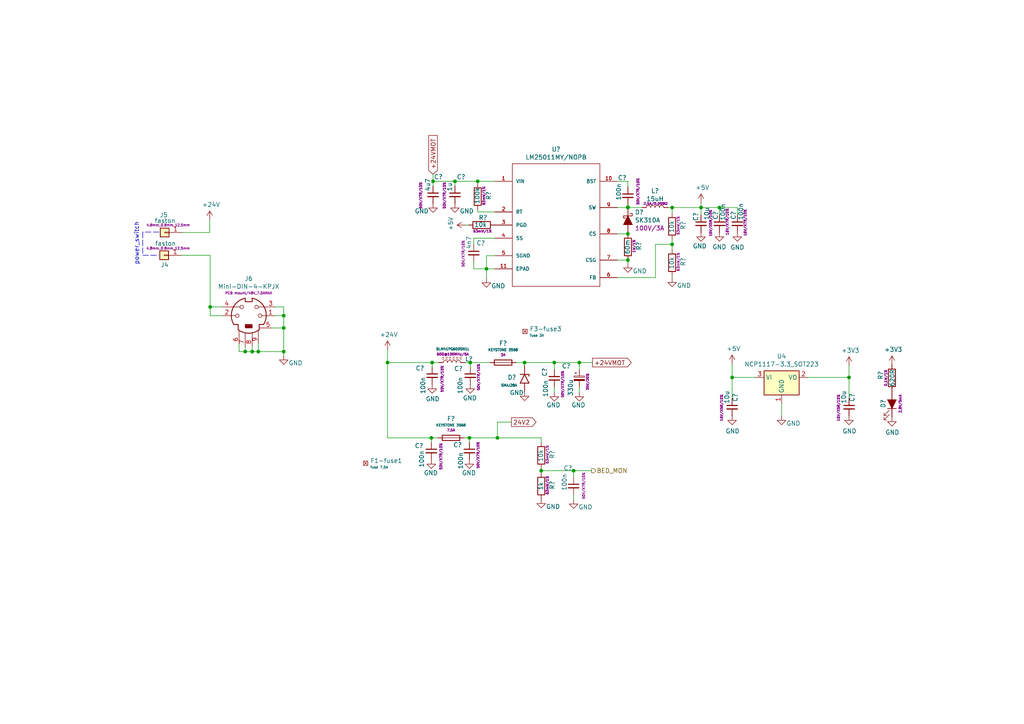
<source format=kicad_sch>
(kicad_sch (version 20231120) (generator "eeschema") (generator_version "8.0")
  (paper "A4")
  (title_block (title "Buddy") (date "2019-10-24") (rev "v1.0.0") (company "PRUSA Research s.r.o.") (comment 1 "http://creativecommons.org/licenses/by-sa/4.0/") (comment 2 "Licensed under the Attribution-ShareAlike 4.0 International (CC BY-SA 4.0)"))
  (lib_symbols
    (symbol "BUDDY_v1.0.0-rescue:+24V-power" (power) (pin_names (offset 0))
      (property "Value" "power:+24V" (at 0 3.556 0))
      (symbol "+24V-power_0_1"
        (polyline (pts (xy -0.762 1.27) (xy 0 2.54)))
        (polyline (pts (xy 0 0) (xy 0 2.54)))
        (polyline (pts (xy 0 2.54) (xy 0.762 1.27)))
      )
      (symbol "+24V-power_1_1"
        (pin power_in line (at 0 0 90) (length 0) hide (name "+24V") (number "1"))
      )
    )
    (symbol "BUDDY_v1.0.0-rescue:+3.3V-power" (power) (pin_names (offset 0))
      (property "Value" "power:+3.3V" (at 0 3.556 0))
      (symbol "+3.3V-power_0_1"
        (polyline (pts (xy -0.762 1.27) (xy 0 2.54)))
        (polyline (pts (xy 0 0) (xy 0 2.54)))
        (polyline (pts (xy 0 2.54) (xy 0.762 1.27)))
      )
      (symbol "+3.3V-power_1_1"
        (pin power_in line (at 0 0 90) (length 0) hide (name "+3V3") (number "1"))
      )
    )
    (symbol "BUDDY_v1.0.0-rescue:+5V-power" (power) (pin_names (offset 0))
      (property "Value" "power:+5V" (at 0 3.556 0))
      (symbol "+5V-power_0_1"
        (polyline (pts (xy -0.762 1.27) (xy 0 2.54)))
        (polyline (pts (xy 0 0) (xy 0 2.54)))
        (polyline (pts (xy 0 2.54) (xy 0.762 1.27)))
      )
      (symbol "+5V-power_1_1"
        (pin power_in line (at 0 0 90) (length 0) hide (name "+5V") (number "1"))
      )
    )
    (symbol "BUDDY_v1.0.0-rescue:CP_Small-Device" (pin_numbers hide) (pin_names (offset 0.254) hide)
      (property "Reference" "C" (at 0.254 1.778 0))
      (property "Value" "Device:CP_Small" (at 0.254 -2.032 0))
      (symbol "CP_Small-Device_0_1"
        (rectangle (start -1.524 -0.3048) (end 1.524 -0.6858) (fill (type outline)))
        (rectangle (start -1.524 0.6858) (end 1.524 0.3048))
        (polyline (pts (xy -1.27 1.524) (xy -0.762 1.524)))
        (polyline (pts (xy -1.016 1.27) (xy -1.016 1.778)))
      )
      (symbol "CP_Small-Device_1_1"
        (pin passive line (at 0 2.54 270) (length 1.8542) (name "~") (number "1"))
        (pin passive line (at 0 -2.54 90) (length 1.8542) (name "~") (number "2"))
      )
    )
    (symbol "BUDDY_v1.0.0-rescue:D_Schottky_ALT-Device" (pin_numbers hide) (pin_names (offset 1.016) hide)
      (property "Reference" "D" (at 0 2.54 0))
      (property "Value" "Device:D_Schottky_ALT" (at 0 -2.54 0))
      (symbol "D_Schottky_ALT-Device_0_1"
        (polyline (pts (xy 1.27 0) (xy -1.27 0)))
        (polyline (pts (xy 1.27 1.27) (xy 1.27 -1.27) (xy -1.27 0) (xy 1.27 1.27)) (stroke (width 0.2032)) (fill (type outline)))
        (polyline (pts (xy -1.905 0.635) (xy -1.905 1.27) (xy -1.27 1.27) (xy -1.27 -1.27) (xy -0.635 -1.27) (xy -0.635 -0.635)) (stroke (width 0.2032)))
      )
      (symbol "D_Schottky_ALT-Device_1_1"
        (pin passive line (at -3.81 0 0) (length 2.54) (name "K") (number "1"))
        (pin passive line (at 3.81 0 180) (length 2.54) (name "A") (number "2"))
      )
    )
    (symbol "BUDDY_v1.0.0-rescue:GND-power" (power) (pin_names (offset 0))
      (property "Value" "power:GND" (at 0 -3.81 0))
      (symbol "GND-power_0_1"
        (polyline (pts (xy 0 0) (xy 0 -1.27) (xy 1.27 -1.27) (xy 0 -2.54) (xy -1.27 -1.27) (xy 0 -1.27)))
      )
      (symbol "GND-power_1_1"
        (pin power_in line (at 0 0 270) (length 0) hide (name "GND") (number "1"))
      )
    )
    (symbol "BUDDY_v1.0.0-rescue:LED_ALT-Device" (pin_numbers hide) (pin_names (offset 1.016) hide)
      (property "Reference" "D" (at 0 2.54 0))
      (property "Value" "Device:LED_ALT" (at 0 -2.54 0))
      (symbol "LED_ALT-Device_0_1"
        (polyline (pts (xy -1.27 -1.27) (xy -1.27 1.27)) (stroke (width 0.2032)))
        (polyline (pts (xy -1.27 0) (xy 1.27 0)))
        (polyline (pts (xy 1.27 -1.27) (xy 1.27 1.27) (xy -1.27 0) (xy 1.27 -1.27)) (stroke (width 0.2032)) (fill (type outline)))
        (polyline (pts (xy -3.048 -0.762) (xy -4.572 -2.286) (xy -3.81 -2.286) (xy -4.572 -2.286) (xy -4.572 -1.524)))
        (polyline (pts (xy -1.778 -0.762) (xy -3.302 -2.286) (xy -2.54 -2.286) (xy -3.302 -2.286) (xy -3.302 -1.524)))
      )
      (symbol "LED_ALT-Device_1_1"
        (pin passive line (at -3.81 0 0) (length 2.54) (name "K") (number "1"))
        (pin passive line (at 3.81 0 180) (length 2.54) (name "A") (number "2"))
      )
    )
    (symbol "BUDDY_v1.0.0-rescue:LM25011-Converter_DCDC" (pin_names (offset 1.016))
      (property "Reference" "U" (at -4.5974 17.5514 0))
      (property "Value" "Converter_DCDC:LM25011" (at -3.81 -22.86 0))
      (symbol "LM25011-Converter_DCDC_0_0"
        (polyline (pts (xy -12.7 -20.32) (xy 12.7 -20.32)) (stroke (width 0.1524)))
        (polyline (pts (xy -12.7 15.24) (xy -12.7 -20.32)) (stroke (width 0.1524)))
        (polyline (pts (xy 12.7 -20.32) (xy 12.7 15.24)) (stroke (width 0.1524)))
        (polyline (pts (xy 12.7 15.24) (xy -12.7 15.24)) (stroke (width 0.1524)))
        (pin power_in line (at -17.78 10.16 0) (length 5.08) (name "VIN") (number "1"))
        (pin input line (at 17.78 10.16 180) (length 5.08) (name "BST") (number "10"))
        (pin passive line (at -17.78 -15.24 0) (length 5.08) (name "EPAD") (number "11"))
        (pin input line (at -17.78 1.27 0) (length 5.08) (name "RT") (number "2"))
        (pin output line (at -17.78 -2.54 0) (length 5.08) (name "PGD") (number "3"))
        (pin input line (at -17.78 -6.35 0) (length 5.08) (name "SS") (number "4"))
        (pin passive line (at -17.78 -11.43 0) (length 5.08) (name "SGND") (number "5"))
        (pin input line (at 17.78 -17.78 180) (length 5.08) (name "FB") (number "6"))
        (pin input line (at 17.78 -12.7 180) (length 5.08) (name "CSG") (number "7"))
        (pin input line (at 17.78 -5.08 180) (length 5.08) (name "CS") (number "8"))
        (pin output line (at 17.78 2.54 180) (length 5.08) (name "SW") (number "9"))
      )
    )
    (symbol "BUDDY_v1.0.0-rescue:L_Core_Ferrite-Device" (pin_numbers hide) (pin_names (offset 1.016) hide)
      (property "Reference" "L" (at -1.27 0 90))
      (property "Value" "Device:L_Core_Ferrite" (at 2.794 0 90))
      (symbol "L_Core_Ferrite-Device_0_1"
        (arc (start 0 -2.54) (mid 0.635 -1.905) (end 0 -1.27))
        (arc (start 0 -1.27) (mid 0.635 -0.635) (end 0 0))
        (polyline (pts (xy 1.016 -2.794) (xy 1.016 -2.286)))
        (polyline (pts (xy 1.016 -1.778) (xy 1.016 -1.27)))
        (polyline (pts (xy 1.016 -0.762) (xy 1.016 -0.254)))
        (polyline (pts (xy 1.016 0.254) (xy 1.016 0.762)))
        (polyline (pts (xy 1.016 1.27) (xy 1.016 1.778)))
        (polyline (pts (xy 1.016 2.286) (xy 1.016 2.794)))
        (polyline (pts (xy 1.524 -2.286) (xy 1.524 -2.794)))
        (polyline (pts (xy 1.524 -1.27) (xy 1.524 -1.778)))
        (polyline (pts (xy 1.524 -0.254) (xy 1.524 -0.762)))
        (polyline (pts (xy 1.524 0.762) (xy 1.524 0.254)))
        (polyline (pts (xy 1.524 1.778) (xy 1.524 1.27)))
        (polyline (pts (xy 1.524 2.794) (xy 1.524 2.286)))
        (arc (start 0 0) (mid 0.635 0.635) (end 0 1.27))
        (arc (start 0 1.27) (mid 0.635 1.905) (end 0 2.54))
      )
      (symbol "L_Core_Ferrite-Device_1_1"
        (pin passive line (at 0 3.81 270) (length 1.27) (name "1") (number "1"))
        (pin passive line (at 0 -3.81 90) (length 1.27) (name "2") (number "2"))
      )
    )
    (symbol "BUDDY_v1.0.0-rescue:MEC-A3IDES-rescue" (pin_names (offset 1.016))
      (property "Reference" "M" (at 1.27 1.016 0))
      (property "Value" "A3IDES-rescue:MEC" (at 1.27 -0.762 0))
      (symbol "MEC-A3IDES-rescue_0_1"
        (rectangle (start -0.254 1.27) (end 1.016 0))
        (polyline (pts (xy 0 0.254) (xy 0.762 1.016)))
        (polyline (pts (xy 0.762 0.254) (xy 0 1.016)))
      )
    )
    (symbol "BUDDY_v1.0.0-rescue:Mini-DIN-4-KPJX-Connector" (pin_names (offset 1.016))
      (property "Reference" "J" (at 0 6.35 0))
      (property "Value" "Connector:Mini-DIN-4-KPJX" (at -1.778 -15.494 0))
      (symbol "Mini-DIN-4-KPJX-Connector_0_1"
        (circle (center -3.302 0) (radius 0.508))
        (arc (start -3.048 -4.064) (mid 0 -5.08) (end 3.048 -4.064) (stroke (width 0.254)))
        (circle (center -2.032 2.54) (radius 0.508))
        (rectangle (start -1.016 -2.54) (end 1.016 -3.556) (fill (type outline)))
        (arc (start -1.016 5.08) (mid -4.6228 2.1214) (end -4.318 -2.54) (stroke (width 0.254)))
        (polyline (pts (xy -3.81 0) (xy -5.08 0)))
        (polyline (pts (xy -2.794 -5.588) (xy -2.794 -4.318)))
        (polyline (pts (xy -2.54 2.54) (xy -5.08 2.54)))
        (polyline (pts (xy -1.016 -6.35) (xy -1.016 -5.08)))
        (polyline (pts (xy 1.016 -6.35) (xy 1.016 -5.08)))
        (polyline (pts (xy 2.794 -5.588) (xy 2.794 -4.318)))
        (polyline (pts (xy 2.794 2.54) (xy 5.08 2.54)))
        (polyline (pts (xy 4.318 -3.556) (xy 3.048 -3.556)))
        (polyline (pts (xy 5.08 0) (xy 3.81 0)))
        (polyline (pts (xy -4.318 -2.54) (xy -3.048 -2.54) (xy -3.048 -4.064)) (stroke (width 0.254)))
        (polyline (pts (xy 4.318 -2.54) (xy 3.048 -2.54) (xy 3.048 -4.064)) (stroke (width 0.254)))
        (polyline (pts (xy -1.016 5.08) (xy -1.016 4.064) (xy 1.016 4.064) (xy 1.016 5.08)) (stroke (width 0.254)))
        (circle (center 2.286 2.54) (radius 0.508))
        (circle (center 3.302 0) (radius 0.508))
        (arc (start 4.318 -2.54) (mid 4.6661 2.1322) (end 1.016 5.08) (stroke (width 0.254)))
      )
      (symbol "Mini-DIN-4-KPJX-Connector_1_1"
        (pin passive line (at 7.62 0 180) (length 2.54) (name "~") (number "1"))
        (pin passive line (at -7.62 0 0) (length 2.54) (name "~") (number "2"))
        (pin passive line (at 7.62 2.54 180) (length 2.54) (name "~") (number "3"))
        (pin passive line (at -7.62 2.54 0) (length 2.54) (name "~") (number "4"))
        (pin passive line (at 6.858 -3.556 180) (length 2.54) (name "~") (number "5"))
        (pin passive line (at -2.794 -8.128 90) (length 2.54) (name "~") (number "6"))
        (pin passive line (at -1.016 -8.89 90) (length 2.54) (name "~") (number "7"))
        (pin passive line (at 1.016 -8.89 90) (length 2.54) (name "~") (number "8"))
        (pin passive line (at 2.794 -8.128 90) (length 2.54) (name "~") (number "9"))
      )
    )
    (symbol "Connector_Generic:Conn_01x01" (pin_names (offset 1.016) hide)
      (property "Reference" "J" (at 0 2.54 0))
      (property "Value" "Conn_01x01" (at 0 -2.54 0))
      (symbol "Conn_01x01_1_1"
        (rectangle (start -1.27 0.127) (end 0 -0.127) (stroke (width 0.1524)))
        (rectangle (start -1.27 1.27) (end 1.27 -1.27) (stroke (width 0.254)) (fill (type background)))
        (pin passive line (at -5.08 0 0) (length 3.81) (name "Pin_1") (number "1"))
      )
    )
    (symbol "Device:C_Small" (pin_numbers hide) (pin_names (offset 0.254) hide)
      (property "Reference" "C" (at 0.254 1.778 0))
      (property "Value" "C_Small" (at 0.254 -2.032 0))
      (symbol "C_Small_0_1"
        (polyline (pts (xy -1.524 -0.508) (xy 1.524 -0.508)) (stroke (width 0.3302)))
        (polyline (pts (xy -1.524 0.508) (xy 1.524 0.508)) (stroke (width 0.3048)))
      )
      (symbol "C_Small_1_1"
        (pin passive line (at 0 2.54 270) (length 2.032) (name "~") (number "1"))
        (pin passive line (at 0 -2.54 90) (length 2.032) (name "~") (number "2"))
      )
    )
    (symbol "Device:Fuse" (pin_numbers hide) (pin_names (offset 0))
      (property "Reference" "F" (at 2.032 0 90))
      (property "Value" "Fuse" (at -1.905 0 90))
      (symbol "Fuse_0_1"
        (rectangle (start -0.762 -2.54) (end 0.762 2.54) (stroke (width 0.254)))
        (polyline (pts (xy 0 2.54) (xy 0 -2.54)))
      )
      (symbol "Fuse_1_1"
        (pin passive line (at 0 3.81 270) (length 1.27) (name "~") (number "1"))
        (pin passive line (at 0 -3.81 90) (length 1.27) (name "~") (number "2"))
      )
    )
    (symbol "Device:L" (pin_numbers hide) (pin_names (offset 1.016) hide)
      (property "Reference" "L" (at -1.27 0 90))
      (property "Value" "L" (at 1.905 0 90))
      (symbol "L_0_1"
        (arc (start 0 -2.54) (mid 0.6323 -1.905) (end 0 -1.27))
        (arc (start 0 -1.27) (mid 0.6323 -0.635) (end 0 0))
        (arc (start 0 0) (mid 0.6323 0.635) (end 0 1.27))
        (arc (start 0 1.27) (mid 0.6323 1.905) (end 0 2.54))
      )
      (symbol "L_1_1"
        (pin passive line (at 0 3.81 270) (length 1.27) (name "1") (number "1"))
        (pin passive line (at 0 -3.81 90) (length 1.27) (name "2") (number "2"))
      )
    )
    (symbol "Device:R" (pin_numbers hide) (pin_names (offset 0))
      (property "Reference" "R" (at 2.032 0 90))
      (property "Value" "R" (at 0 0 90))
      (symbol "R_0_1"
        (rectangle (start -1.016 -2.54) (end 1.016 2.54) (stroke (width 0.254)))
      )
      (symbol "R_1_1"
        (pin passive line (at 0 3.81 270) (length 1.27) (name "~") (number "1"))
        (pin passive line (at 0 -3.81 90) (length 1.27) (name "~") (number "2"))
      )
    )
    (symbol "Diode:1.5KExxA" (pin_numbers hide) (pin_names (offset 1.016) hide)
      (property "Reference" "D" (at 0 2.54 0))
      (property "Value" "1.5KExxA" (at 0 -2.54 0))
      (symbol "1.5KExxA_0_1"
        (polyline (pts (xy -0.762 1.27) (xy -1.27 1.27) (xy -1.27 -1.27)) (stroke (width 0.254)))
        (polyline (pts (xy 1.27 1.27) (xy 1.27 -1.27) (xy -1.27 0) (xy 1.27 1.27)) (stroke (width 0.254)))
      )
      (symbol "1.5KExxA_1_1"
        (pin passive line (at -3.81 0 0) (length 2.54) (name "A1") (number "1"))
        (pin passive line (at 3.81 0 180) (length 2.54) (name "A2") (number "2"))
      )
    )
    (symbol "Regulator_Linear:NCP1117-3.3_SOT223"
      (property "Reference" "U" (at -3.81 3.175 0))
      (property "Value" "NCP1117-3.3_SOT223" (at 0 3.175 0))
      (symbol "NCP1117-3.3_SOT223_0_1"
        (rectangle (start -5.08 -5.08) (end 5.08 1.905) (stroke (width 0.254)) (fill (type background)))
      )
      (symbol "NCP1117-3.3_SOT223_1_1"
        (pin power_in line (at 0 -7.62 90) (length 2.54) (name "GND") (number "1"))
        (pin power_out line (at 7.62 0 180) (length 2.54) (name "VO") (number "2"))
        (pin power_in line (at -7.62 0 0) (length 2.54) (name "VI") (number "3"))
      )
    )
  )
  (junction (at 152.146 105.156))
  (junction (at 131.953 52.578))
  (junction (at 141.097 77.978))
  (junction (at 182.118 60.071))
  (junction (at 82.296 91.567))
  (junction (at 138.557 52.578))
  (junction (at 212.344 109.474))
  (junction (at 82.296 101.981))
  (junction (at 182.118 60.198))
  (junction (at 182.118 75.438))
  (junction (at 125.349 105.156))
  (junction (at 60.96 89.027))
  (junction (at 125.095 127))
  (junction (at 182.118 67.818))
  (junction (at 144.272 127))
  (junction (at 203.327 60.198))
  (junction (at 166.37 136.525))
  (junction (at 168.021 105.156))
  (junction (at 71.12 101.981))
  (junction (at 194.945 60.198))
  (junction (at 136.398 105.156))
  (junction (at 136.144 127))
  (junction (at 112.395 105.156))
  (junction (at 73.152 101.981))
  (junction (at 125.603 52.578))
  (junction (at 246.253 109.474))
  (junction (at 82.296 95.123))
  (junction (at 194.945 70.866))
  (junction (at 208.661 60.198))
  (junction (at 160.782 105.156))
  (junction (at 74.93 101.981))
  (junction (at 156.972 136.525))
  (wire (pts (xy 141.097 77.978) (xy 137.414 77.978)))
  (wire (pts (xy 143.51 77.978) (xy 141.097 77.978)))
  (wire (pts (xy 194.945 60.198) (xy 193.802 60.198)))
  (wire (pts (xy 135.89 65.278) (xy 135.128 65.278)))
  (wire (pts (xy 226.695 117.094) (xy 226.695 120.65)))
  (wire (pts (xy 82.296 95.123) (xy 82.296 101.981)))
  (wire (pts (xy 78.994 95.123) (xy 82.296 95.123)))
  (wire (pts (xy 194.945 70.866) (xy 194.945 69.469)))
  (wire (pts (xy 152.146 106.045) (xy 152.146 105.156)))
  (wire (pts (xy 125.603 53.975) (xy 125.603 52.578)))
  (wire (pts (xy 203.327 62.357) (xy 203.327 60.198)))
  (wire (pts (xy 179.07 60.198) (xy 182.118 60.198)))
  (wire (pts (xy 182.118 52.578) (xy 179.07 52.578)))
  (wire (pts (xy 203.327 60.198) (xy 208.661 60.198)))
  (wire (pts (xy 131.953 53.975) (xy 131.953 52.578)))
  (wire (pts (xy 182.118 60.198) (xy 182.118 60.071)))
  (wire (pts (xy 160.782 107.188) (xy 160.782 105.156)))
  (wire (pts (xy 74.93 101.981) (xy 82.296 101.981)))
  (wire (pts (xy 82.296 89.027) (xy 79.756 89.027)))
  (wire (pts (xy 143.51 69.088) (xy 137.414 69.088)))
  (wire (pts (xy 82.296 91.567) (xy 82.296 95.123)))
  (wire (pts (xy 69.342 99.695) (xy 69.342 101.981)))
  (wire (pts (xy 52.705 74.041) (xy 60.96 74.041)))
  (wire (pts (xy 73.152 101.981) (xy 74.93 101.981)))
  (wire (pts (xy 212.344 109.474) (xy 219.075 109.474)))
  (wire (pts (xy 160.782 105.156) (xy 168.021 105.156)))
  (wire (pts (xy 194.945 72.39) (xy 194.945 70.866)))
  (wire (pts (xy 190.119 80.518) (xy 190.119 70.866)))
  (wire (pts (xy 125.095 128.27) (xy 125.095 127)))
  (wire (pts (xy 60.96 89.027) (xy 60.96 91.567)))
  (wire (pts (xy 194.945 60.198) (xy 194.945 61.849)))
  (wire (pts (xy 137.414 77.978) (xy 137.414 75.946)))
  (wire (pts (xy 60.833 67.437) (xy 60.833 63.754)))
  (wire (pts (xy 60.96 74.041) (xy 60.96 89.027)))
  (wire (pts (xy 71.12 101.981) (xy 73.152 101.981)))
  (wire (pts (xy 141.097 74.168) (xy 141.097 77.978)))
  (wire (pts (xy 143.51 52.578) (xy 138.557 52.578)))
  (wire (pts (xy 149.733 105.156) (xy 152.146 105.156)))
  (wire (pts (xy 179.07 67.818) (xy 182.118 67.818)))
  (wire (pts (xy 136.398 106.426) (xy 136.398 105.156)))
  (wire (pts (xy 179.07 80.518) (xy 190.119 80.518)))
  (wire (pts (xy 212.344 109.474) (xy 212.344 105.537)))
  (wire (pts (xy 112.395 105.156) (xy 112.395 127)))
  (wire (pts (xy 82.296 101.981) (xy 82.296 103.124)))
  (wire (pts (xy 141.097 77.978) (xy 141.097 80.772)))
  (wire (pts (xy 73.152 100.457) (xy 73.152 101.981)))
  (wire (pts (xy 156.972 127) (xy 156.972 128.27)))
  (wire (pts (xy 136.398 105.156) (xy 142.113 105.156)))
  (wire (pts (xy 168.021 105.156) (xy 171.831 105.156)))
  (wire (pts (xy 82.296 91.567) (xy 82.296 89.027)))
  (wire (pts (xy 112.395 105.156) (xy 112.395 101.473)))
  (wire (pts (xy 112.395 127) (xy 125.095 127)))
  (polyline (pts (xy 41.402 74.041) (xy 45.974 74.041)) (stroke (width 0) (type dash)))
  (wire (pts (xy 156.972 136.525) (xy 166.37 136.525)))
  (wire (pts (xy 125.603 52.578) (xy 131.953 52.578)))
  (wire (pts (xy 125.349 106.426) (xy 125.349 105.156)))
  (wire (pts (xy 156.972 136.525) (xy 156.972 135.89)))
  (wire (pts (xy 136.144 127) (xy 144.272 127)))
  (wire (pts (xy 182.118 67.818) (xy 182.118 67.691)))
  (wire (pts (xy 203.327 60.198) (xy 203.327 58.801)))
  (wire (pts (xy 125.603 50.546) (xy 125.603 52.578)))
  (wire (pts (xy 134.874 105.156) (xy 136.398 105.156)))
  (wire (pts (xy 166.37 144.907) (xy 166.37 143.51)))
  (wire (pts (xy 138.557 53.213) (xy 138.557 52.578)))
  (wire (pts (xy 136.144 128.27) (xy 136.144 127)))
  (wire (pts (xy 156.972 137.16) (xy 156.972 136.525)))
  (wire (pts (xy 168.021 107.188) (xy 168.021 105.156)))
  (wire (pts (xy 137.414 69.088) (xy 137.414 70.866)))
  (wire (pts (xy 179.07 75.438) (xy 182.118 75.438)))
  (wire (pts (xy 182.118 60.198) (xy 186.182 60.198)))
  (wire (pts (xy 208.661 62.357) (xy 208.661 60.198)))
  (wire (pts (xy 166.37 136.525) (xy 171.577 136.525)))
  (polyline (pts (xy 41.402 67.31) (xy 41.402 74.041)) (stroke (width 0) (type dash)))
  (wire (pts (xy 134.62 127) (xy 136.144 127)))
  (wire (pts (xy 71.12 100.457) (xy 71.12 101.981)))
  (wire (pts (xy 138.557 60.833) (xy 138.557 61.468)))
  (wire (pts (xy 152.146 105.156) (xy 160.782 105.156)))
  (wire (pts (xy 131.953 52.578) (xy 138.557 52.578)))
  (wire (pts (xy 125.095 127) (xy 127 127)))
  (wire (pts (xy 182.118 54.229) (xy 182.118 52.578)))
  (wire (pts (xy 144.272 127) (xy 156.972 127)))
  (wire (pts (xy 212.344 115.57) (xy 212.344 109.474)))
  (wire (pts (xy 194.945 60.198) (xy 203.327 60.198)))
  (wire (pts (xy 213.868 60.198) (xy 213.868 62.357)))
  (wire (pts (xy 143.51 61.468) (xy 138.557 61.468)))
  (polyline (pts (xy 46.101 67.31) (xy 41.402 67.31)) (stroke (width 0) (type dash)))
  (wire (pts (xy 64.516 91.567) (xy 60.96 91.567)))
  (wire (pts (xy 194.945 80.01) (xy 194.945 80.645)))
  (wire (pts (xy 246.253 115.57) (xy 246.253 109.474)))
  (wire (pts (xy 234.315 109.474) (xy 246.253 109.474)))
  (wire (pts (xy 125.349 105.156) (xy 127.254 105.156)))
  (wire (pts (xy 69.342 101.981) (xy 71.12 101.981)))
  (wire (pts (xy 144.272 122.428) (xy 148.336 122.428)))
  (wire (pts (xy 64.516 89.027) (xy 60.96 89.027)))
  (wire (pts (xy 190.119 70.866) (xy 194.945 70.866)))
  (wire (pts (xy 168.021 112.268) (xy 168.021 113.792)))
  (wire (pts (xy 182.118 60.071) (xy 182.118 59.309)))
  (wire (pts (xy 74.93 99.695) (xy 74.93 101.981)))
  (wire (pts (xy 112.395 105.156) (xy 125.349 105.156)))
  (wire (pts (xy 208.661 60.198) (xy 213.868 60.198)))
  (wire (pts (xy 166.37 136.525) (xy 166.37 138.43)))
  (wire (pts (xy 52.832 67.437) (xy 60.833 67.437)))
  (wire (pts (xy 160.782 113.792) (xy 160.782 112.268)))
  (wire (pts (xy 144.272 127) (xy 144.272 122.428)))
  (wire (pts (xy 82.296 91.567) (xy 79.756 91.567)))
  (wire (pts (xy 143.51 74.168) (xy 141.097 74.168)))
  (wire (pts (xy 182.118 75.438) (xy 182.118 76.454)))
  (wire (pts (xy 246.253 106.045) (xy 246.253 109.474)))
  (text "power_switch" (at 40.386 76.962 90) (effects (font (size 1.27 1.27)) (justify left bottom)))
  (global_label "+24VMOT" (shape input) (at 125.603 50.546 90) (property "Intersheetrefs" "${INTERSHEET_REFS}" (effects (hide yes))))
  (global_label "+24VMOT" (shape output) (at 171.831 105.156 0) (property "Intersheetrefs" "${INTERSHEET_REFS}" (effects (hide yes))))
  (global_label "24V2" (shape output) (at 148.336 122.428 0) (property "Intersheetrefs" "${INTERSHEET_REFS}" (effects (hide yes))))
  (hierarchical_label "BED_MON" (shape output) (at 171.577 136.525 0))
  (symbol (lib_id "Regulator_Linear:NCP1117-3.3_SOT223") (at 226.695 109.474 0) (unit 1)
    (property "Reference" "U4" (at 226.695 103.3272 0))
    (property "Value" "NCP1117-3.3_SOT223" (at 226.695 105.6386 0))
    (property "Footprint" "A3IDES_footprints:SOT-223-3_TabPin2" (effects (hide yes)))
  )
  (symbol (lib_id "Device:R") (at 258.699 109.601 180) (unit 1)
    (property "Reference" "R?" (at 255.397 107.569 90) (effects (justify left)))
    (property "Value" "620R" (at 258.826 107.061 90) (effects (justify left)))
    (property "Footprint" "A3IDES_footprints:R_0603_1608Metric" (effects (hide yes)))
    (property "req" "0,1W/1%" (at 256.921 109.601 90) (effects (font (size 0.7112 0.7112))))
    (instances (project "" (path "" (reference "R?") (unit 1)) (path "" (reference "R?") (unit 1)) (path "" (reference "R17") (unit 1))))
  )
  (symbol (lib_id "BUDDY_v1.0.0-rescue:LED_ALT-Device") (at 258.699 117.221 270) (mirror x) (unit 1)
    (property "Reference" "D?" (at 256.159 117.094 0))
    (property "Value" "GRN" (effects (hide yes)))
    (property "Footprint" "A3IDES_footprints:LED_0603" (effects (hide yes)))
    (property "req" "2,8V/5mA" (at 261.112 117.094 0) (effects (font (size 0.7112 0.7112))))
    (instances (project "" (path "" (reference "D?") (unit 1)) (path "" (reference "D?") (unit 1)) (path "" (reference "D9") (unit 1))))
  )
  (symbol (lib_id "BUDDY_v1.0.0-rescue:GND-power") (at 258.699 121.031 0) (unit 1)
    (property "Reference" "#PWR?" (effects (hide yes)))
    (property "Value" "GND" (at 258.826 125.4252 0))
    (instances (project "" (path "" (reference "#PWR?") (unit 1)) (path "" (reference "#PWR?") (unit 1)) (path "" (reference "#PWR018") (unit 1))))
  )
  (symbol (lib_id "BUDDY_v1.0.0-rescue:+3.3V-power") (at 258.699 105.791 0) (unit 1)
    (property "Reference" "#PWR017" (effects (hide yes)))
    (property "Value" "+3V3" (at 259.08 101.3968 0))
    (instances (project "" (path "" (reference "#PWR?") (unit 1)) (path "" (reference "#PWR017") (unit 1))))
  )
  (symbol (lib_id "BUDDY_v1.0.0-rescue:LM25011-Converter_DCDC") (at 161.29 62.738 0) (unit 1)
    (property "Reference" "U3" (at 161.29 43.307 0))
    (property "Value" "LM25011MY/NOPB" (at 161.29 45.6184 0))
    (property "Footprint" "A3IDES_footprints:SOP50P490X110-11N" (effects (hide yes)))
    (property "req" "5V/2A" (effects (hide yes)))
    (instances (project "" (path "" (reference "U?") (unit 1)) (path "" (reference "U3") (unit 1))))
  )
  (symbol (lib_id "Device:R") (at 138.557 57.023 0) (unit 1)
    (property "Reference" "R49" (at 141.732 58.039 90) (effects (justify left)))
    (property "Value" "100k" (at 138.43 59.182 90) (effects (justify left)))
    (property "Footprint" "A3IDES_footprints:R_0402_1005Metric" (effects (hide yes)))
    (property "req" "63mW/1%" (at 140.335 56.769 90) (effects (font (size 0.7112 0.7112))))
    (instances (project "" (path "" (reference "R?") (unit 1)) (path "" (reference "R49") (unit 1))))
  )
  (symbol (lib_id "Device:C_Small") (at 131.953 56.515 0) (unit 1)
    (property "Reference" "C19" (at 132.461 51.308 0) (effects (justify left)))
    (property "Value" "1u" (at 130.429 55.499 90) (effects (justify left)))
    (property "Footprint" "A3IDES_footprints:C_0603_1608Metric" (effects (hide yes)))
    (property "req" "50V/X7R/10%" (at 128.905 60.579 90) (effects (font (size 0.7112 0.7112)) (justify left)))
    (instances (project "" (path "" (reference "C?") (unit 1)) (path "" (reference "C19") (unit 1))))
  )
  (symbol (lib_id "Device:C_Small") (at 125.603 56.515 0) (unit 1)
    (property "Reference" "C18" (at 125.857 51.308 0) (effects (justify left)))
    (property "Value" "4u7" (at 124.079 55.499 90) (effects (justify left)))
    (property "Footprint" "A3IDES_footprints:C_1206_3216Metric" (effects (hide yes)))
    (property "req" "50V/X7R/10%" (at 122.047 60.579 90) (effects (font (size 0.7112 0.7112)) (justify left)))
    (instances (project "" (path "" (reference "C?") (unit 1)) (path "" (reference "C18") (unit 1))))
  )
  (symbol (lib_id "BUDDY_v1.0.0-rescue:GND-power") (at 131.953 59.055 0) (unit 1)
    (property "Reference" "#PWR055" (effects (hide yes)))
    (property "Value" "GND" (at 135.382 61.214 0))
    (instances (project "" (path "" (reference "#PWR?") (unit 1)) (path "" (reference "#PWR055") (unit 1))))
  )
  (symbol (lib_id "BUDDY_v1.0.0-rescue:GND-power") (at 125.603 59.055 0) (unit 1)
    (property "Reference" "#PWR054" (effects (hide yes)))
    (property "Value" "GND" (at 122.301 61.214 0))
    (instances (project "" (path "" (reference "#PWR?") (unit 1)) (path "" (reference "#PWR054") (unit 1))))
  )
  (symbol (lib_id "Device:R") (at 139.7 65.278 270) (unit 1)
    (property "Reference" "R50" (at 138.811 63.119 90) (effects (justify left)))
    (property "Value" "10k" (at 137.541 65.151 90) (effects (justify left)))
    (property "Footprint" "A3IDES_footprints:R_0402_1005Metric" (effects (hide yes)))
    (property "req" "63mW/1%" (at 139.954 67.056 90) (effects (font (size 0.7112 0.7112))))
    (instances (project "" (path "" (reference "R?") (unit 1)) (path "" (reference "R50") (unit 1))))
  )
  (symbol (lib_id "Device:C_Small") (at 137.414 73.406 0) (unit 1)
    (property "Reference" "C20" (at 138.176 70.485 0) (effects (justify left)))
    (property "Value" "4n7" (at 136.017 72.263 90) (effects (justify left)))
    (property "Footprint" "A3IDES_footprints:C_0402_1005Metric" (effects (hide yes)))
    (property "req" "50V/X7R/10%" (at 134.366 77.47 90) (effects (font (size 0.7112 0.7112)) (justify left)))
    (instances (project "" (path "" (reference "C?") (unit 1)) (path "" (reference "C20") (unit 1))))
  )
  (symbol (lib_id "BUDDY_v1.0.0-rescue:GND-power") (at 141.097 80.772 0) (unit 1)
    (property "Reference" "#PWR057" (effects (hide yes)))
    (property "Value" "GND" (at 144.526 82.931 0))
    (instances (project "" (path "" (reference "#PWR?") (unit 1)) (path "" (reference "#PWR057") (unit 1))))
  )
  (symbol (lib_id "Device:C_Small") (at 182.118 56.769 0) (unit 1)
    (property "Reference" "C29" (at 179.197 51.562 0) (effects (justify left)))
    (property "Value" "100n" (at 179.451 58.166 90) (effects (justify left)))
    (property "Footprint" "A3IDES_footprints:C_0603_1608Metric" (effects (hide yes)))
    (property "req" "50V/X7R/10%" (at 185.039 59.436 90) (effects (font (size 0.7112 0.7112)) (justify left)))
    (instances (project "" (path "" (reference "C?") (unit 1)) (path "" (reference "C29") (unit 1))))
  )
  (symbol (lib_id "BUDDY_v1.0.0-rescue:D_Schottky_ALT-Device") (at 182.118 63.881 270) (unit 1)
    (property "Reference" "D19" (at 184.1246 61.5696 90) (effects (justify left)))
    (property "Value" "SK310A" (at 184.1246 63.881 90) (effects (justify left)))
    (property "Footprint" "A3IDES_footprints:DO-214AC" (effects (hide yes)))
    (property "req" "100V/3A" (at 184.1246 66.1924 90) (effects (justify left)))
    (instances (project "" (path "" (reference "D?") (unit 1)) (path "" (reference "D19") (unit 1))))
  )
  (symbol (lib_id "Device:R") (at 182.118 71.628 0) (unit 1)
    (property "Reference" "R51" (at 185.293 72.644 90) (effects (justify left)))
    (property "Value" "60m" (at 181.991 73.787 90) (effects (justify left)))
    (property "Footprint" "A3IDES_footprints:R_2512_6332Metric" (effects (hide yes)))
    (property "req" "1W/1%" (at 183.896 71.374 90) (effects (font (size 0.7112 0.7112))))
    (instances (project "" (path "" (reference "R?") (unit 1)) (path "" (reference "R51") (unit 1))))
  )
  (symbol (lib_id "BUDDY_v1.0.0-rescue:GND-power") (at 182.118 76.454 0) (unit 1)
    (property "Reference" "#PWR071" (effects (hide yes)))
    (property "Value" "GND" (at 185.547 78.613 0))
    (instances (project "" (path "" (reference "#PWR?") (unit 1)) (path "" (reference "#PWR071") (unit 1))))
  )
  (symbol (lib_id "Device:L") (at 189.992 60.198 90) (unit 1)
    (property "Reference" "L13" (at 189.992 55.372 90))
    (property "Value" "15uH" (at 189.992 57.6834 90))
    (property "Footprint" ".pretty:VLS6045EX" (effects (hide yes)))
    (property "req" "2,5A/0,098Ω" (at 190.119 59.055 90) (effects (font (size 0.7112 0.7112))))
    (instances (project "" (path "" (reference "L?") (unit 1)) (path "" (reference "L13") (unit 1))))
  )
  (symbol (lib_id "Device:R") (at 194.945 65.659 0) (unit 1)
    (property "Reference" "R52" (at 198.12 66.675 90) (effects (justify left)))
    (property "Value" "10k" (at 194.818 67.564 90) (effects (justify left)))
    (property "Footprint" "A3IDES_footprints:R_0402_1005Metric" (effects (hide yes)))
    (property "req" "63mW/1%" (at 196.723 65.405 90) (effects (font (size 0.7112 0.7112))))
    (instances (project "" (path "" (reference "R?") (unit 1)) (path "" (reference "R52") (unit 1))))
  )
  (symbol (lib_id "Device:R") (at 194.945 76.2 0) (unit 1)
    (property "Reference" "R53" (at 198.12 77.216 90) (effects (justify left)))
    (property "Value" "10k" (at 194.818 78.105 90) (effects (justify left)))
    (property "Footprint" "A3IDES_footprints:R_0402_1005Metric" (effects (hide yes)))
    (property "req" "63mW/1%" (at 196.723 75.946 90) (effects (font (size 0.7112 0.7112))))
    (instances (project "" (path "" (reference "R?") (unit 1)) (path "" (reference "R53") (unit 1))))
  )
  (symbol (lib_id "BUDDY_v1.0.0-rescue:GND-power") (at 194.945 80.645 0) (unit 1)
    (property "Reference" "#PWR074" (effects (hide yes)))
    (property "Value" "GND" (at 198.374 82.804 0))
    (instances (project "" (path "" (reference "#PWR?") (unit 1)) (path "" (reference "#PWR074") (unit 1))))
  )
  (symbol (lib_id "Device:C_Small") (at 203.327 64.897 0) (unit 1)
    (property "Reference" "C31" (at 201.803 64.135 90) (effects (justify left)))
    (property "Value" "10u" (at 204.978 63.881 90) (effects (justify left)))
    (property "Footprint" "A3IDES_footprints:C_0805_2012Metric" (effects (hide yes)))
    (property "req" "16V/X5R/10%" (at 206.121 68.58 90) (effects (font (size 0.7112 0.7112)) (justify left)))
    (instances (project "" (path "" (reference "C?") (unit 1)) (path "" (reference "C31") (unit 1))))
  )
  (symbol (lib_id "BUDDY_v1.0.0-rescue:GND-power") (at 203.327 67.437 0) (unit 1)
    (property "Reference" "#PWR076" (effects (hide yes)))
    (property "Value" "GND" (at 202.946 71.374 0))
    (instances (project "" (path "" (reference "#PWR?") (unit 1)) (path "" (reference "#PWR076") (unit 1))))
  )
  (symbol (lib_id "BUDDY_v1.0.0-rescue:+5V-power") (at 135.128 65.278 90) (unit 1)
    (property "Reference" "#PWR056" (effects (hide yes)))
    (property "Value" "+5V" (at 130.7338 64.897 0))
    (instances (project "" (path "" (reference "#PWR?") (unit 1)) (path "" (reference "#PWR056") (unit 1))))
  )
  (symbol (lib_id "BUDDY_v1.0.0-rescue:+5V-power") (at 203.327 58.801 0) (unit 1)
    (property "Reference" "#PWR075" (effects (hide yes)))
    (property "Value" "+5V" (at 203.708 54.4068 0))
    (instances (project "" (path "" (reference "#PWR?") (unit 1)) (path "" (reference "#PWR075") (unit 1))))
  )
  (symbol (lib_id "BUDDY_v1.0.0-rescue:GND-power") (at 208.661 67.437 0) (unit 1)
    (property "Reference" "#PWR077" (effects (hide yes)))
    (property "Value" "GND" (at 208.661 71.628 0))
    (instances (project "" (path "" (reference "#PWR?") (unit 1)) (path "" (reference "#PWR077") (unit 1))))
  )
  (symbol (lib_id "BUDDY_v1.0.0-rescue:GND-power") (at 213.868 67.437 0) (unit 1)
    (property "Reference" "#PWR080" (effects (hide yes)))
    (property "Value" "GND" (at 213.868 71.755 0))
    (instances (project "" (path "" (reference "#PWR?") (unit 1)) (path "" (reference "#PWR080") (unit 1))))
  )
  (symbol (lib_id "Device:C_Small") (at 125.349 108.966 0) (unit 1)
    (property "Reference" "C23" (at 120.523 106.807 0) (effects (justify left)))
    (property "Value" "100n" (at 122.682 114.3 90) (effects (justify left)))
    (property "Footprint" "A3IDES_footprints:C_0603_1608Metric" (effects (hide yes)))
    (property "req" "50V/X7R/10%" (at 128.27 113.792 90) (effects (font (size 0.7112 0.7112)) (justify left)))
    (instances (project "" (path "" (reference "C?") (unit 1)) (path "" (reference "C23") (unit 1))))
  )
  (symbol (lib_id "Device:C_Small") (at 136.398 108.966 0) (unit 1)
    (property "Reference" "C26" (at 131.699 106.934 0) (effects (justify left)))
    (property "Value" "100n" (at 133.477 114.3 90) (effects (justify left)))
    (property "Footprint" "A3IDES_footprints:C_0603_1608Metric" (effects (hide yes)))
    (property "req" "50V/X7R/10%" (at 138.811 113.284 90) (effects (font (size 0.7112 0.7112)) (justify left)))
    (instances (project "" (path "" (reference "C?") (unit 1)) (path "" (reference "C26") (unit 1))))
  )
  (symbol (lib_id "BUDDY_v1.0.0-rescue:GND-power") (at 125.349 111.506 0) (unit 1)
    (property "Reference" "#PWR060" (effects (hide yes)))
    (property "Value" "GND" (at 125.476 115.697 0))
    (instances (project "" (path "" (reference "#PWR?") (unit 1)) (path "" (reference "#PWR060") (unit 1))))
  )
  (symbol (lib_id "BUDDY_v1.0.0-rescue:GND-power") (at 136.398 111.506 0) (unit 1)
    (property "Reference" "#PWR063" (effects (hide yes)))
    (property "Value" "GND" (at 136.271 115.443 0))
    (instances (project "" (path "" (reference "#PWR?") (unit 1)) (path "" (reference "#PWR063") (unit 1))))
  )
  (symbol (lib_id "Diode:1.5KExxA") (at 152.146 109.855 270) (unit 1)
    (property "Reference" "D18" (at 147.193 109.474 90) (effects (justify left)))
    (property "Value" "SMAJ28A" (at 145.288 111.76 90) (effects (font (size 0.7112 0.7112)) (justify left)))
    (property "Footprint" "A3IDES_footprints:D_SMA" (effects (hide yes)))
    (instances (project "" (path "" (reference "D?") (unit 1)) (path "" (reference "D18") (unit 1))))
  )
  (symbol (lib_id "BUDDY_v1.0.0-rescue:GND-power") (at 152.146 113.665 0) (unit 1)
    (property "Reference" "#PWR067" (effects (hide yes)))
    (property "Value" "GND" (at 149.86 113.919 0))
    (instances (project "" (path "" (reference "#PWR?") (unit 1)) (path "" (reference "#PWR067") (unit 1))))
  )
  (symbol (lib_id "Device:C_Small") (at 160.782 109.728 0) (unit 1)
    (property "Reference" "C28" (at 157.988 109.22 90) (effects (justify left)))
    (property "Value" "100n" (at 158.242 115.189 90) (effects (justify left)))
    (property "Footprint" "A3IDES_footprints:C_0603_1608Metric" (effects (hide yes)))
    (property "req" "50V/X7R/10%" (at 163.195 115.316 90) (effects (font (size 0.7112 0.7112)) (justify left)))
    (instances (project "" (path "" (reference "C?") (unit 1)) (path "" (reference "C28") (unit 1))))
  )
  (symbol (lib_id "BUDDY_v1.0.0-rescue:GND-power") (at 160.782 113.792 0) (unit 1)
    (property "Reference" "#PWR070" (effects (hide yes)))
    (property "Value" "GND" (at 160.528 117.475 0))
    (instances (project "" (path "" (reference "#PWR?") (unit 1)) (path "" (reference "#PWR070") (unit 1))))
  )
  (symbol (lib_id "Device:Fuse") (at 145.923 105.156 270) (unit 1)
    (property "Reference" "F3" (at 145.923 99.5934 90))
    (property "Value" "KEYSTONE 3568" (at 145.923 101.473 90) (effects (font (size 0.7112 0.7112))))
    (property "Footprint" "A3IDES_footprints:Fuse-Keystone-3557-2" (effects (hide yes)))
    (property "req" "3A" (at 145.923 102.9208 90) (effects (font (size 0.7112 0.7112))))
    (instances (project "" (path "" (reference "F?") (unit 1)) (path "" (reference "F3") (unit 1))))
  )
  (symbol (lib_id "BUDDY_v1.0.0-rescue:L_Core_Ferrite-Device") (at 131.064 105.156 90) (unit 1)
    (property "Reference" "L?" (at 136.017 104.14 90))
    (property "Value" "BLM41PG600SN1L" (at 131.318 101.219 90) (effects (font (size 0.7112 0.7112))))
    (property "Footprint" "A3IDES_footprints:R_1806_4516Metric" (effects (hide yes)))
    (property "req" "60Ω@100MHz/6A" (at 131.318 102.743 90) (effects (font (size 0.7112 0.7112))))
    (instances (project "" (path "" (reference "L?") (unit 1)) (path "" (reference "L?") (unit 1)) (path "" (reference "L12") (unit 1))))
  )
  (symbol (lib_id "Device:C_Small") (at 125.095 130.81 0) (unit 1)
    (property "Reference" "C22" (at 120.269 129.286 0) (effects (justify left)))
    (property "Value" "100n" (at 122.301 135.636 90) (effects (justify left)))
    (property "Footprint" "A3IDES_footprints:C_0603_1608Metric" (effects (hide yes)))
    (property "req" "50V/X7R/10%" (at 127.889 136.271 90) (effects (font (size 0.7112 0.7112)) (justify left)))
    (instances (project "" (path "" (reference "C?") (unit 1)) (path "" (reference "C22") (unit 1))))
  )
  (symbol (lib_id "Device:C_Small") (at 136.144 130.81 0) (unit 1)
    (property "Reference" "C25" (at 131.445 129.032 0) (effects (justify left)))
    (property "Value" "100n" (at 133.604 136.144 90) (effects (justify left)))
    (property "Footprint" "A3IDES_footprints:C_0603_1608Metric" (effects (hide yes)))
    (property "req" "50V/X7R/10%" (at 138.684 135.89 90) (effects (font (size 0.7112 0.7112)) (justify left)))
    (instances (project "" (path "" (reference "C?") (unit 1)) (path "" (reference "C25") (unit 1))))
  )
  (symbol (lib_id "BUDDY_v1.0.0-rescue:GND-power") (at 125.095 133.35 0) (unit 1)
    (property "Reference" "#PWR059" (effects (hide yes)))
    (property "Value" "GND" (at 124.968 137.16 0))
    (instances (project "" (path "" (reference "#PWR?") (unit 1)) (path "" (reference "#PWR059") (unit 1))))
  )
  (symbol (lib_id "BUDDY_v1.0.0-rescue:GND-power") (at 136.144 133.35 0) (unit 1)
    (property "Reference" "#PWR062" (effects (hide yes)))
    (property "Value" "GND" (at 136.017 137.16 0))
    (instances (project "" (path "" (reference "#PWR?") (unit 1)) (path "" (reference "#PWR062") (unit 1))))
  )
  (symbol (lib_id "Device:Fuse") (at 130.81 127 270) (unit 1)
    (property "Reference" "F1" (at 130.81 121.4374 90))
    (property "Value" "KEYSTONE 3568" (at 130.81 123.317 90) (effects (font (size 0.7112 0.7112))))
    (property "Footprint" "A3IDES_footprints:Fuse-Keystone-3557-2" (effects (hide yes)))
    (property "req" "7,5A" (at 130.81 124.7648 90) (effects (font (size 0.7112 0.7112))))
    (instances (project "" (path "" (reference "F?") (unit 1)) (path "" (reference "F1") (unit 1))))
  )
  (symbol (lib_id "BUDDY_v1.0.0-rescue:GND-power") (at 226.695 120.65 0) (unit 1)
    (property "Reference" "#PWR081" (effects (hide yes)))
    (property "Value" "GND" (at 230.124 122.809 0))
    (instances (project "" (path "" (reference "#PWR?") (unit 1)) (path "" (reference "#PWR081") (unit 1))))
  )
  (symbol (lib_id "BUDDY_v1.0.0-rescue:GND-power") (at 246.253 120.65 0) (unit 1)
    (property "Reference" "#PWR?" (effects (hide yes)))
    (property "Value" "GND" (at 246.38 125.0442 0))
    (instances (project "" (path "" (reference "#PWR?") (unit 1)) (path "" (reference "#PWR?") (unit 1)) (path "" (reference "#PWR083") (unit 1))))
  )
  (symbol (lib_id "BUDDY_v1.0.0-rescue:+3.3V-power") (at 246.253 106.045 0) (unit 1)
    (property "Reference" "#PWR082" (effects (hide yes)))
    (property "Value" "+3V3" (at 246.634 101.6508 0))
    (instances (project "" (path "" (reference "#PWR?") (unit 1)) (path "" (reference "#PWR082") (unit 1))))
  )
  (symbol (lib_id "Device:C_Small") (at 246.253 118.11 0) (unit 1)
    (property "Reference" "C35" (at 247.142 116.586 90) (effects (justify left)))
    (property "Value" "10u" (at 244.729 117.094 90) (effects (justify left)))
    (property "Footprint" "A3IDES_footprints:C_0805_2012Metric" (effects (hide yes)))
    (property "req" "16V/X5R/10%" (at 243.205 122.174 90) (effects (font (size 0.7112 0.7112)) (justify left)))
    (instances (project "" (path "" (reference "C?") (unit 1)) (path "" (reference "C35") (unit 1))))
  )
  (symbol (lib_id "BUDDY_v1.0.0-rescue:+5V-power") (at 212.344 105.537 0) (unit 1)
    (property "Reference" "#PWR078" (effects (hide yes)))
    (property "Value" "+5V" (at 212.725 101.1428 0))
    (instances (project "" (path "" (reference "#PWR?") (unit 1)) (path "" (reference "#PWR078") (unit 1))))
  )
  (symbol (lib_id "BUDDY_v1.0.0-rescue:GND-power") (at 212.344 120.65 0) (unit 1)
    (property "Reference" "#PWR?" (effects (hide yes)))
    (property "Value" "GND" (at 212.471 125.0442 0))
    (instances (project "" (path "" (reference "#PWR?") (unit 1)) (path "" (reference "#PWR?") (unit 1)) (path "" (reference "#PWR079") (unit 1))))
  )
  (symbol (lib_id "Device:C_Small") (at 212.344 118.11 0) (unit 1)
    (property "Reference" "C33" (at 213.233 116.586 90) (effects (justify left)))
    (property "Value" "10u" (at 210.82 117.094 90) (effects (justify left)))
    (property "Footprint" "A3IDES_footprints:C_0805_2012Metric" (effects (hide yes)))
    (property "req" "16V/X5R/10%" (at 209.296 122.174 90) (effects (font (size 0.7112 0.7112)) (justify left)))
    (instances (project "" (path "" (reference "C?") (unit 1)) (path "" (reference "C33") (unit 1))))
  )
  (symbol (lib_id "Connector_Generic:Conn_01x01") (at 47.625 74.041 180) (unit 1)
    (property "Reference" "J4" (at 47.752 76.835 0))
    (property "Value" "faston" (at 48.006 70.612 0))
    (property "Footprint" "A3IDES_footprints:faston-hole-m" (effects (hide yes)))
    (property "req" "4,8mm_0,8mm_12,5mm" (at 48.768 72.009 0) (effects (font (size 0.7112 0.7112))))
  )
  (symbol (lib_id "Connector_Generic:Conn_01x01") (at 47.752 67.437 180) (unit 1)
    (property "Reference" "J5" (at 47.498 62.357 0))
    (property "Value" "faston" (at 47.879 64.008 0))
    (property "Footprint" "A3IDES_footprints:faston-hole-m" (effects (hide yes)))
    (property "req" "4,8mm_0,8mm_12,5mm" (at 48.768 65.278 0) (effects (font (size 0.7112 0.7112))))
  )
  (symbol (lib_id "BUDDY_v1.0.0-rescue:+24V-power") (at 60.833 63.754 0) (unit 1)
    (property "Reference" "#PWR050" (effects (hide yes)))
    (property "Value" "+24V" (at 61.214 59.3598 0))
    (instances (project "" (path "" (reference "#PWR?") (unit 1)) (path "" (reference "#PWR050") (unit 1))))
  )
  (symbol (lib_id "BUDDY_v1.0.0-rescue:+24V-power") (at 112.395 101.473 0) (unit 1)
    (property "Reference" "#PWR052" (effects (hide yes)))
    (property "Value" "+24V" (at 112.776 97.0788 0))
    (instances (project "" (path "" (reference "#PWR?") (unit 1)) (path "" (reference "#PWR052") (unit 1))))
  )
  (symbol (lib_id "Device:R") (at 156.972 132.08 0) (unit 1)
    (property "Reference" "R78" (at 160.147 133.096 90) (effects (justify left)))
    (property "Value" "10k" (at 156.845 133.985 90) (effects (justify left)))
    (property "Footprint" "A3IDES_footprints:R_0402_1005Metric" (effects (hide yes)))
    (property "req" "63mW/1%" (at 158.75 131.826 90) (effects (font (size 0.7112 0.7112))))
    (instances (project "" (path "" (reference "R?") (unit 1)) (path "" (reference "R78") (unit 1))))
  )
  (symbol (lib_id "Device:R") (at 156.972 140.97 0) (unit 1)
    (property "Reference" "R82" (at 160.147 141.986 90) (effects (justify left)))
    (property "Value" "1k" (at 156.845 142.24 90) (effects (justify left)))
    (property "Footprint" "A3IDES_footprints:R_0402_1005Metric" (effects (hide yes)))
    (property "req" "63mW/1%" (at 158.75 140.716 90) (effects (font (size 0.7112 0.7112))))
    (instances (project "" (path "" (reference "R?") (unit 1)) (path "" (reference "R82") (unit 1))))
  )
  (symbol (lib_id "BUDDY_v1.0.0-rescue:GND-power") (at 156.972 144.78 0) (unit 1)
    (property "Reference" "#PWR036" (effects (hide yes)))
    (property "Value" "GND" (at 160.401 146.939 0))
    (instances (project "" (path "" (reference "#PWR?") (unit 1)) (path "" (reference "#PWR036") (unit 1))))
  )
  (symbol (lib_id "BUDDY_v1.0.0-rescue:GND-power") (at 166.37 144.907 0) (unit 1)
    (property "Reference" "#PWR0214" (effects (hide yes)))
    (property "Value" "GND" (at 169.799 147.066 0))
    (instances (project "" (path "" (reference "#PWR?") (unit 1)) (path "" (reference "#PWR0214") (unit 1))))
  )
  (symbol (lib_id "Device:C_Small") (at 166.37 140.97 0) (unit 1)
    (property "Reference" "C8" (at 163.449 135.763 0) (effects (justify left)))
    (property "Value" "100n" (at 163.703 142.367 90) (effects (justify left)))
    (property "Footprint" "A3IDES_footprints:C_0603_1608Metric" (effects (hide yes)))
    (property "req" "50V/X7R/10%" (at 169.291 144.78 90) (effects (font (size 0.7112 0.7112)) (justify left)))
    (instances (project "" (path "" (reference "C?") (unit 1)) (path "" (reference "C8") (unit 1))))
  )
  (symbol (lib_id "BUDDY_v1.0.0-rescue:GND-power") (at 82.296 103.124 0) (unit 1)
    (property "Reference" "#PWR051" (effects (hide yes)))
    (property "Value" "GND" (at 85.725 105.283 0))
    (instances (project "" (path "" (reference "#PWR?") (unit 1)) (path "" (reference "#PWR051") (unit 1))))
  )
  (symbol (lib_id "BUDDY_v1.0.0-rescue:Mini-DIN-4-KPJX-Connector") (at 72.136 91.567 0) (unit 1)
    (property "Reference" "J6" (at 72.136 80.7974 0))
    (property "Value" "Mini-DIN-4-KPJX" (at 72.136 83.1088 0))
    (property "Footprint" "A3IDES_footprints:KPJX-4S" (effects (hide yes)))
    (property "req" "PCB mount/48V_7.5AMAX" (at 72.136 84.9884 0) (effects (font (size 0.7112 0.7112))))
  )
  (symbol (lib_id "BUDDY_v1.0.0-rescue:CP_Small-Device") (at 168.021 109.728 0) (unit 1)
    (property "Reference" "C124" (at 162.941 106.172 0) (effects (justify left)))
    (property "Value" "330u" (at 165.481 114.935 90) (effects (justify left)))
    (property "Footprint" "Capacitor_SMD:CP_Elec_8x10.5" (effects (hide yes)))
    (property "req" "35V/20%" (at 170.434 110.744 90) (effects (font (size 0.7112 0.7112))))
    (instances (project "" (path "" (reference "C?") (unit 1)) (path "" (reference "C124") (unit 1))))
  )
  (symbol (lib_id "BUDDY_v1.0.0-rescue:GND-power") (at 168.021 113.792 0) (unit 1)
    (property "Reference" "#PWR087" (effects (hide yes)))
    (property "Value" "GND" (at 167.767 117.475 0))
    (instances (project "" (path "" (reference "#PWR?") (unit 1)) (path "" (reference "#PWR087") (unit 1))))
  )
  (symbol (lib_id "Device:C_Small") (at 208.661 64.897 0) (unit 1)
    (property "Reference" "C?" (at 207.518 63.754 90) (effects (justify left)))
    (property "Value" "100n" (at 209.677 64.008 90) (effects (justify left)))
    (property "Footprint" "A3IDES_footprints:C_0402_1005Metric" (effects (hide yes)))
    (property "req" "16V/X7R/10%" (at 210.947 68.199 90) (effects (font (size 0.7112 0.7112)) (justify left)))
    (instances (project "" (path "" (reference "C?") (unit 1)) (path "" (reference "C?") (unit 1)) (path "" (reference "C6") (unit 1)) (path "" (reference "C?") (unit 1))))
  )
  (symbol (lib_id "Device:C_Small") (at 213.868 64.897 0) (unit 1)
    (property "Reference" "C?" (at 212.725 63.754 90) (effects (justify left)))
    (property "Value" "100n" (at 214.884 63.881 90) (effects (justify left)))
    (property "Footprint" "A3IDES_footprints:C_0402_1005Metric" (effects (hide yes)))
    (property "req" "16V/X7R/10%" (at 216.154 68.453 90) (effects (font (size 0.7112 0.7112)) (justify left)))
    (instances (project "" (path "" (reference "C?") (unit 1)) (path "" (reference "C?") (unit 1)) (path "" (reference "C7") (unit 1)) (path "" (reference "C?") (unit 1))))
  )
  (symbol (lib_id "BUDDY_v1.0.0-rescue:MEC-A3IDES-rescue") (at 151.892 96.774 0) (unit 1)
    (property "Reference" "F3-fuse3" (at 153.6192 95.4024 0) (effects (justify left)))
    (property "Value" "fuse 3A" (at 153.6192 97.282 0) (effects (font (size 0.7112 0.7112)) (justify left)))
    (property "Footprint" "A3IDES_footprints:MEC" (effects (hide yes)))
  )
  (symbol (lib_id "BUDDY_v1.0.0-rescue:MEC-A3IDES-rescue") (at 105.664 135.001 0) (unit 1)
    (property "Reference" "F1-fuse1" (at 107.3912 133.6294 0) (effects (justify left)))
    (property "Value" "fuse 7,5A" (at 107.3912 135.509 0) (effects (font (size 0.7112 0.7112)) (justify left)))
    (property "Footprint" "A3IDES_footprints:MEC" (effects (hide yes)))
  )
)
</source>
